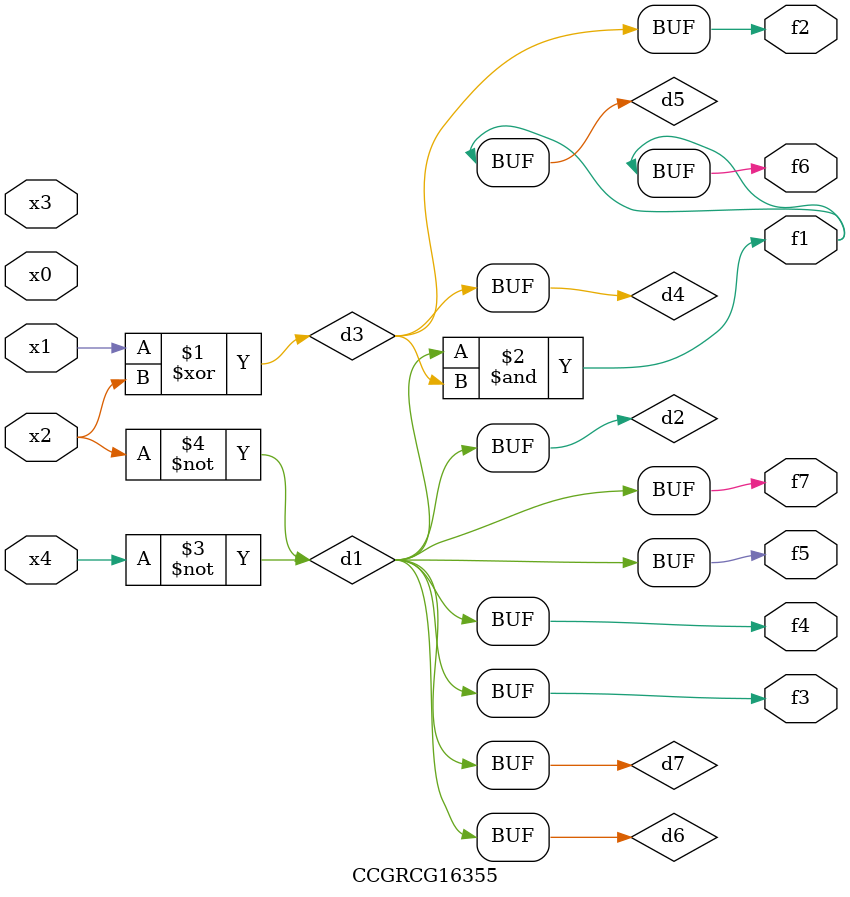
<source format=v>
module CCGRCG16355(
	input x0, x1, x2, x3, x4,
	output f1, f2, f3, f4, f5, f6, f7
);

	wire d1, d2, d3, d4, d5, d6, d7;

	not (d1, x4);
	not (d2, x2);
	xor (d3, x1, x2);
	buf (d4, d3);
	and (d5, d1, d3);
	buf (d6, d1, d2);
	buf (d7, d2);
	assign f1 = d5;
	assign f2 = d4;
	assign f3 = d7;
	assign f4 = d7;
	assign f5 = d7;
	assign f6 = d5;
	assign f7 = d7;
endmodule

</source>
